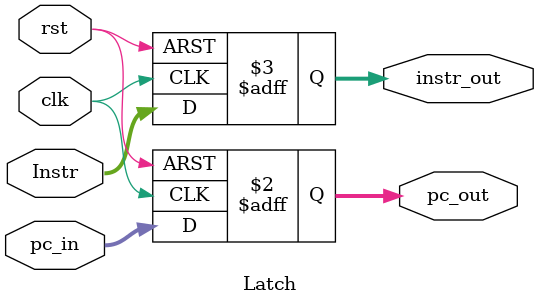
<source format=v>
`timescale 1ns / 1ps




module Latch(
    input [31:0] pc_in, //program counter +4
    input [31:0] Instr, //instruction from memory
    input wire clk,
    input wire rst,
    output reg [31:0] pc_out, //new addy program counter +4 to ID stage
    output reg [31:0] instr_out //data, instrcution to ID stage
    );
    
    always @(posedge clk or posedge rst)
    begin
    if (rst) begin
        pc_out <= 32'd0;
        instr_out<=32'd0;
    end else begin
        pc_out <= pc_in; //store PC+4
        instr_out <= Instr; //store inst.
    end
    
end
    
endmodule
</source>
